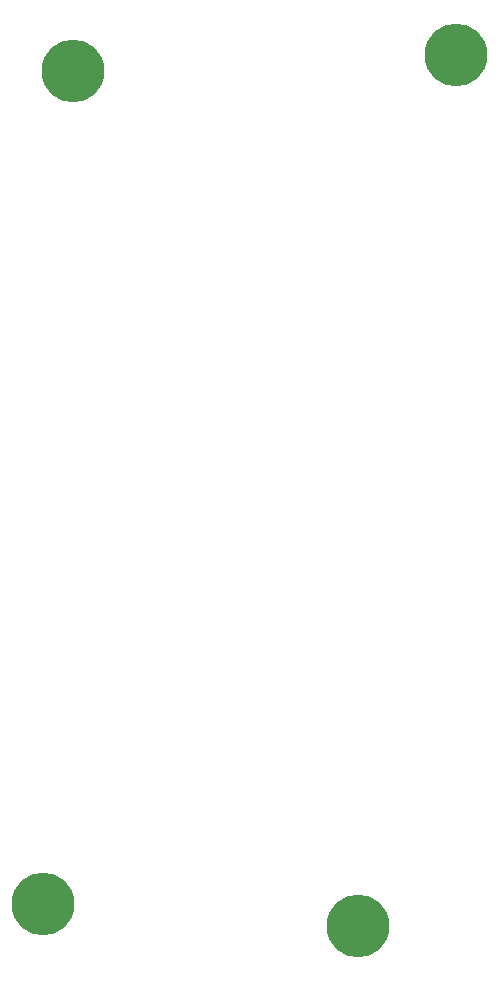
<source format=gbr>
%TF.GenerationSoftware,KiCad,Pcbnew,5.0.2-bee76a0~70~ubuntu18.04.1*%
%TF.CreationDate,2019-03-23T16:18:42+02:00*%
%TF.ProjectId,servos_control_schem,73657276-6f73-45f6-936f-6e74726f6c5f,rev?*%
%TF.SameCoordinates,Original*%
%TF.FileFunction,NonPlated,1,2,NPTH,Drill*%
%TF.FilePolarity,Positive*%
%FSLAX46Y46*%
G04 Gerber Fmt 4.6, Leading zero omitted, Abs format (unit mm)*
G04 Created by KiCad (PCBNEW 5.0.2-bee76a0~70~ubuntu18.04.1) date Sat 23 Mar 2019 04:18:42 PM EET*
%MOMM*%
%LPD*%
G01*
G04 APERTURE LIST*
%TA.AperFunction,ComponentDrill*%
%ADD10C,5.300000*%
%TD*%
G04 APERTURE END LIST*
D10*
%TO.C,REF\002A\002A*%
X136525000Y-59055000D03*
X168910000Y-57658000D03*
X160655000Y-131445000D03*
X133985000Y-129540000D03*
M02*

</source>
